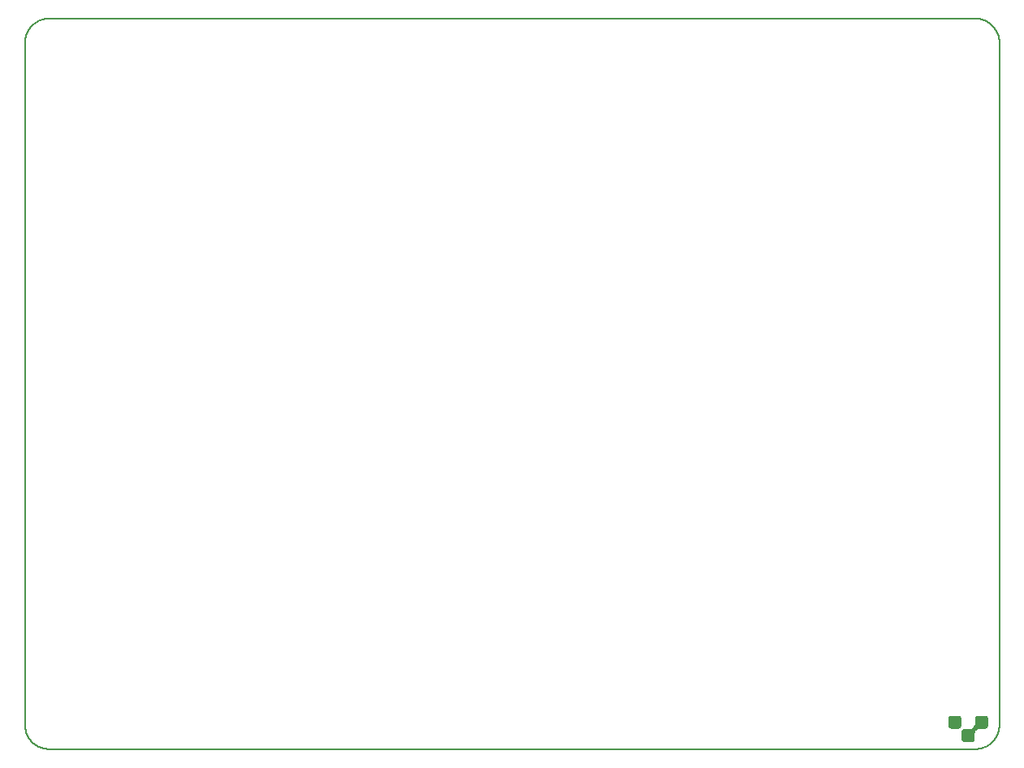
<source format=gto>
G75*
%MOIN*%
%OFA0B0*%
%FSLAX25Y25*%
%IPPOS*%
%LPD*%
%AMOC8*
5,1,8,0,0,1.08239X$1,22.5*
%
%ADD10C,0.00500*%
%ADD11C,0.00300*%
D10*
X0015000Y0005000D02*
X0395000Y0005000D01*
X0395242Y0005003D01*
X0395483Y0005012D01*
X0395724Y0005026D01*
X0395965Y0005047D01*
X0396205Y0005073D01*
X0396445Y0005105D01*
X0396684Y0005143D01*
X0396921Y0005186D01*
X0397158Y0005236D01*
X0397393Y0005291D01*
X0397627Y0005351D01*
X0397859Y0005418D01*
X0398090Y0005489D01*
X0398319Y0005567D01*
X0398546Y0005650D01*
X0398771Y0005738D01*
X0398994Y0005832D01*
X0399214Y0005931D01*
X0399432Y0006036D01*
X0399647Y0006145D01*
X0399860Y0006260D01*
X0400070Y0006380D01*
X0400276Y0006505D01*
X0400480Y0006635D01*
X0400681Y0006770D01*
X0400878Y0006910D01*
X0401072Y0007054D01*
X0401262Y0007203D01*
X0401448Y0007357D01*
X0401631Y0007515D01*
X0401810Y0007677D01*
X0401985Y0007844D01*
X0402156Y0008015D01*
X0402323Y0008190D01*
X0402485Y0008369D01*
X0402643Y0008552D01*
X0402797Y0008738D01*
X0402946Y0008928D01*
X0403090Y0009122D01*
X0403230Y0009319D01*
X0403365Y0009520D01*
X0403495Y0009724D01*
X0403620Y0009930D01*
X0403740Y0010140D01*
X0403855Y0010353D01*
X0403964Y0010568D01*
X0404069Y0010786D01*
X0404168Y0011006D01*
X0404262Y0011229D01*
X0404350Y0011454D01*
X0404433Y0011681D01*
X0404511Y0011910D01*
X0404582Y0012141D01*
X0404649Y0012373D01*
X0404709Y0012607D01*
X0404764Y0012842D01*
X0404814Y0013079D01*
X0404857Y0013316D01*
X0404895Y0013555D01*
X0404927Y0013795D01*
X0404953Y0014035D01*
X0404974Y0014276D01*
X0404988Y0014517D01*
X0404997Y0014758D01*
X0405000Y0015000D01*
X0405000Y0295000D01*
X0404997Y0295242D01*
X0404988Y0295483D01*
X0404974Y0295724D01*
X0404953Y0295965D01*
X0404927Y0296205D01*
X0404895Y0296445D01*
X0404857Y0296684D01*
X0404814Y0296921D01*
X0404764Y0297158D01*
X0404709Y0297393D01*
X0404649Y0297627D01*
X0404582Y0297859D01*
X0404511Y0298090D01*
X0404433Y0298319D01*
X0404350Y0298546D01*
X0404262Y0298771D01*
X0404168Y0298994D01*
X0404069Y0299214D01*
X0403964Y0299432D01*
X0403855Y0299647D01*
X0403740Y0299860D01*
X0403620Y0300070D01*
X0403495Y0300276D01*
X0403365Y0300480D01*
X0403230Y0300681D01*
X0403090Y0300878D01*
X0402946Y0301072D01*
X0402797Y0301262D01*
X0402643Y0301448D01*
X0402485Y0301631D01*
X0402323Y0301810D01*
X0402156Y0301985D01*
X0401985Y0302156D01*
X0401810Y0302323D01*
X0401631Y0302485D01*
X0401448Y0302643D01*
X0401262Y0302797D01*
X0401072Y0302946D01*
X0400878Y0303090D01*
X0400681Y0303230D01*
X0400480Y0303365D01*
X0400276Y0303495D01*
X0400070Y0303620D01*
X0399860Y0303740D01*
X0399647Y0303855D01*
X0399432Y0303964D01*
X0399214Y0304069D01*
X0398994Y0304168D01*
X0398771Y0304262D01*
X0398546Y0304350D01*
X0398319Y0304433D01*
X0398090Y0304511D01*
X0397859Y0304582D01*
X0397627Y0304649D01*
X0397393Y0304709D01*
X0397158Y0304764D01*
X0396921Y0304814D01*
X0396684Y0304857D01*
X0396445Y0304895D01*
X0396205Y0304927D01*
X0395965Y0304953D01*
X0395724Y0304974D01*
X0395483Y0304988D01*
X0395242Y0304997D01*
X0395000Y0305000D01*
X0015000Y0305000D01*
X0014758Y0304997D01*
X0014517Y0304988D01*
X0014276Y0304974D01*
X0014035Y0304953D01*
X0013795Y0304927D01*
X0013555Y0304895D01*
X0013316Y0304857D01*
X0013079Y0304814D01*
X0012842Y0304764D01*
X0012607Y0304709D01*
X0012373Y0304649D01*
X0012141Y0304582D01*
X0011910Y0304511D01*
X0011681Y0304433D01*
X0011454Y0304350D01*
X0011229Y0304262D01*
X0011006Y0304168D01*
X0010786Y0304069D01*
X0010568Y0303964D01*
X0010353Y0303855D01*
X0010140Y0303740D01*
X0009930Y0303620D01*
X0009724Y0303495D01*
X0009520Y0303365D01*
X0009319Y0303230D01*
X0009122Y0303090D01*
X0008928Y0302946D01*
X0008738Y0302797D01*
X0008552Y0302643D01*
X0008369Y0302485D01*
X0008190Y0302323D01*
X0008015Y0302156D01*
X0007844Y0301985D01*
X0007677Y0301810D01*
X0007515Y0301631D01*
X0007357Y0301448D01*
X0007203Y0301262D01*
X0007054Y0301072D01*
X0006910Y0300878D01*
X0006770Y0300681D01*
X0006635Y0300480D01*
X0006505Y0300276D01*
X0006380Y0300070D01*
X0006260Y0299860D01*
X0006145Y0299647D01*
X0006036Y0299432D01*
X0005931Y0299214D01*
X0005832Y0298994D01*
X0005738Y0298771D01*
X0005650Y0298546D01*
X0005567Y0298319D01*
X0005489Y0298090D01*
X0005418Y0297859D01*
X0005351Y0297627D01*
X0005291Y0297393D01*
X0005236Y0297158D01*
X0005186Y0296921D01*
X0005143Y0296684D01*
X0005105Y0296445D01*
X0005073Y0296205D01*
X0005047Y0295965D01*
X0005026Y0295724D01*
X0005012Y0295483D01*
X0005003Y0295242D01*
X0005000Y0295000D01*
X0005000Y0015000D01*
X0005003Y0014758D01*
X0005012Y0014517D01*
X0005026Y0014276D01*
X0005047Y0014035D01*
X0005073Y0013795D01*
X0005105Y0013555D01*
X0005143Y0013316D01*
X0005186Y0013079D01*
X0005236Y0012842D01*
X0005291Y0012607D01*
X0005351Y0012373D01*
X0005418Y0012141D01*
X0005489Y0011910D01*
X0005567Y0011681D01*
X0005650Y0011454D01*
X0005738Y0011229D01*
X0005832Y0011006D01*
X0005931Y0010786D01*
X0006036Y0010568D01*
X0006145Y0010353D01*
X0006260Y0010140D01*
X0006380Y0009930D01*
X0006505Y0009724D01*
X0006635Y0009520D01*
X0006770Y0009319D01*
X0006910Y0009122D01*
X0007054Y0008928D01*
X0007203Y0008738D01*
X0007357Y0008552D01*
X0007515Y0008369D01*
X0007677Y0008190D01*
X0007844Y0008015D01*
X0008015Y0007844D01*
X0008190Y0007677D01*
X0008369Y0007515D01*
X0008552Y0007357D01*
X0008738Y0007203D01*
X0008928Y0007054D01*
X0009122Y0006910D01*
X0009319Y0006770D01*
X0009520Y0006635D01*
X0009724Y0006505D01*
X0009930Y0006380D01*
X0010140Y0006260D01*
X0010353Y0006145D01*
X0010568Y0006036D01*
X0010786Y0005931D01*
X0011006Y0005832D01*
X0011229Y0005738D01*
X0011454Y0005650D01*
X0011681Y0005567D01*
X0011910Y0005489D01*
X0012141Y0005418D01*
X0012373Y0005351D01*
X0012607Y0005291D01*
X0012842Y0005236D01*
X0013079Y0005186D01*
X0013316Y0005143D01*
X0013555Y0005105D01*
X0013795Y0005073D01*
X0014035Y0005047D01*
X0014276Y0005026D01*
X0014517Y0005012D01*
X0014758Y0005003D01*
X0015000Y0005000D01*
D11*
X0383976Y0014701D02*
X0384010Y0014442D01*
X0384110Y0014201D01*
X0384269Y0013994D01*
X0384476Y0013835D01*
X0384718Y0013735D01*
X0384976Y0013701D01*
X0387976Y0013701D01*
X0388235Y0013735D01*
X0388476Y0013835D01*
X0388683Y0013994D01*
X0388842Y0014201D01*
X0388942Y0014442D01*
X0388976Y0014701D01*
X0388976Y0017701D01*
X0388942Y0017960D01*
X0388842Y0018201D01*
X0388683Y0018408D01*
X0388476Y0018567D01*
X0388235Y0018667D01*
X0387976Y0018701D01*
X0384976Y0018701D01*
X0384718Y0018667D01*
X0384476Y0018567D01*
X0384269Y0018408D01*
X0384110Y0018201D01*
X0384010Y0017960D01*
X0383976Y0017701D01*
X0383976Y0014701D01*
X0383976Y0014851D02*
X0388976Y0014851D01*
X0388976Y0015149D02*
X0383976Y0015149D01*
X0383976Y0015448D02*
X0388976Y0015448D01*
X0388976Y0015746D02*
X0383976Y0015746D01*
X0383976Y0016045D02*
X0388976Y0016045D01*
X0388976Y0016343D02*
X0383976Y0016343D01*
X0383976Y0016642D02*
X0388976Y0016642D01*
X0388976Y0016940D02*
X0383976Y0016940D01*
X0383976Y0017239D02*
X0388976Y0017239D01*
X0388976Y0017537D02*
X0383976Y0017537D01*
X0383994Y0017836D02*
X0388959Y0017836D01*
X0388870Y0018134D02*
X0384083Y0018134D01*
X0384302Y0018433D02*
X0388651Y0018433D01*
X0388957Y0014552D02*
X0383996Y0014552D01*
X0384088Y0014254D02*
X0388864Y0014254D01*
X0388634Y0013955D02*
X0384319Y0013955D01*
X0389510Y0012460D02*
X0389476Y0012201D01*
X0389476Y0009201D01*
X0389510Y0008942D01*
X0389610Y0008701D01*
X0389769Y0008494D01*
X0389976Y0008335D01*
X0390218Y0008235D01*
X0390476Y0008201D01*
X0393476Y0008201D01*
X0393735Y0008235D01*
X0393976Y0008335D01*
X0394183Y0008494D01*
X0394342Y0008701D01*
X0394442Y0008942D01*
X0394476Y0009201D01*
X0394476Y0011201D01*
X0394524Y0011689D01*
X0394667Y0012157D01*
X0394898Y0012590D01*
X0395209Y0012969D01*
X0395587Y0013279D01*
X0396020Y0013510D01*
X0396489Y0013653D01*
X0396976Y0013701D01*
X0398976Y0013701D01*
X0399235Y0013735D01*
X0399476Y0013835D01*
X0399683Y0013994D01*
X0399842Y0014201D01*
X0399942Y0014442D01*
X0399976Y0014701D01*
X0399976Y0017701D01*
X0399942Y0017960D01*
X0399842Y0018201D01*
X0399683Y0018408D01*
X0399476Y0018567D01*
X0399235Y0018667D01*
X0398976Y0018701D01*
X0395976Y0018701D01*
X0395718Y0018667D01*
X0395476Y0018567D01*
X0395269Y0018408D01*
X0395110Y0018201D01*
X0395010Y0017960D01*
X0394976Y0017701D01*
X0394976Y0015701D01*
X0394928Y0015213D01*
X0394786Y0014744D01*
X0394555Y0014312D01*
X0394244Y0013933D01*
X0393865Y0013622D01*
X0393433Y0013391D01*
X0392964Y0013249D01*
X0392476Y0013201D01*
X0390476Y0013201D01*
X0390218Y0013167D01*
X0389976Y0013067D01*
X0389769Y0012908D01*
X0389610Y0012701D01*
X0389510Y0012460D01*
X0389512Y0012463D02*
X0394830Y0012463D01*
X0394670Y0012164D02*
X0389476Y0012164D01*
X0389476Y0011866D02*
X0394578Y0011866D01*
X0394512Y0011567D02*
X0389476Y0011567D01*
X0389476Y0011269D02*
X0394483Y0011269D01*
X0394476Y0010970D02*
X0389476Y0010970D01*
X0389476Y0010672D02*
X0394476Y0010672D01*
X0394476Y0010373D02*
X0389476Y0010373D01*
X0389476Y0010075D02*
X0394476Y0010075D01*
X0394476Y0009776D02*
X0389476Y0009776D01*
X0389476Y0009478D02*
X0394476Y0009478D01*
X0394474Y0009179D02*
X0389479Y0009179D01*
X0389536Y0008881D02*
X0394417Y0008881D01*
X0394251Y0008582D02*
X0389701Y0008582D01*
X0390100Y0008284D02*
X0393853Y0008284D01*
X0395039Y0012761D02*
X0389657Y0012761D01*
X0389967Y0013060D02*
X0395320Y0013060D01*
X0395735Y0013358D02*
X0393325Y0013358D01*
X0393908Y0013657D02*
X0396530Y0013657D01*
X0394684Y0014552D02*
X0399957Y0014552D01*
X0399976Y0014851D02*
X0394818Y0014851D01*
X0394909Y0015149D02*
X0399976Y0015149D01*
X0399976Y0015448D02*
X0394951Y0015448D01*
X0394976Y0015746D02*
X0399976Y0015746D01*
X0399976Y0016045D02*
X0394976Y0016045D01*
X0394976Y0016343D02*
X0399976Y0016343D01*
X0399976Y0016642D02*
X0394976Y0016642D01*
X0394976Y0016940D02*
X0399976Y0016940D01*
X0399976Y0017239D02*
X0394976Y0017239D01*
X0394976Y0017537D02*
X0399976Y0017537D01*
X0399959Y0017836D02*
X0394994Y0017836D01*
X0395083Y0018134D02*
X0399870Y0018134D01*
X0399651Y0018433D02*
X0395302Y0018433D01*
X0394507Y0014254D02*
X0399864Y0014254D01*
X0399634Y0013955D02*
X0394262Y0013955D01*
M02*

</source>
